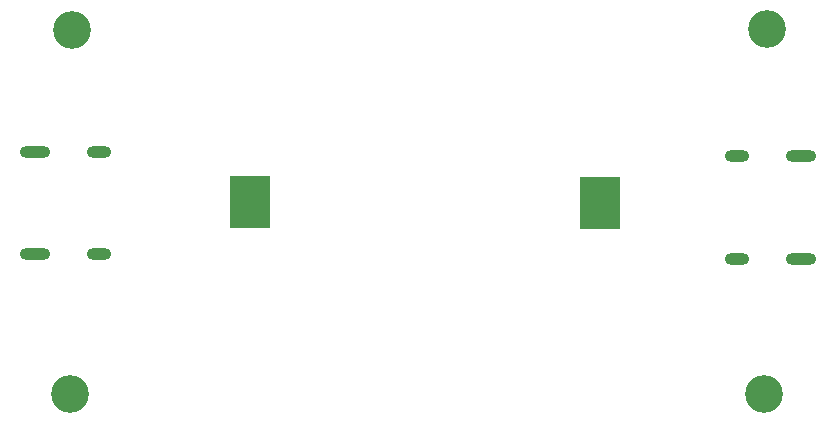
<source format=gbr>
%TF.GenerationSoftware,KiCad,Pcbnew,7.0.10*%
%TF.CreationDate,2024-01-25T20:05:25+00:00*%
%TF.ProjectId,USB-tester,5553422d-7465-4737-9465-722e6b696361,rev?*%
%TF.SameCoordinates,Original*%
%TF.FileFunction,Soldermask,Bot*%
%TF.FilePolarity,Negative*%
%FSLAX46Y46*%
G04 Gerber Fmt 4.6, Leading zero omitted, Abs format (unit mm)*
G04 Created by KiCad (PCBNEW 7.0.10) date 2024-01-25 20:05:25*
%MOMM*%
%LPD*%
G01*
G04 APERTURE LIST*
%ADD10C,3.200000*%
%ADD11O,2.100000X1.000000*%
%ADD12O,2.600000X1.000000*%
%ADD13R,3.500000X4.500000*%
G04 APERTURE END LIST*
D10*
%TO.C,H3*%
X196113400Y-86360000D03*
%TD*%
D11*
%TO.C,USBC1*%
X139497900Y-96772000D03*
D12*
X134137900Y-96772000D03*
D11*
X139497900Y-105412000D03*
D12*
X134137900Y-105412000D03*
%TD*%
D11*
%TO.C,USBC2*%
X193572400Y-105798400D03*
D12*
X198932400Y-105798400D03*
D11*
X193572400Y-97158400D03*
D12*
X198932400Y-97158400D03*
%TD*%
D10*
%TO.C,H4*%
X195834000Y-117271800D03*
%TD*%
%TO.C,H1*%
X137287000Y-86410800D03*
%TD*%
%TO.C,H2*%
X137058400Y-117271800D03*
%TD*%
D13*
%TO.C,BT2*%
X181957400Y-101107400D03*
X152357400Y-101047400D03*
%TD*%
M02*

</source>
